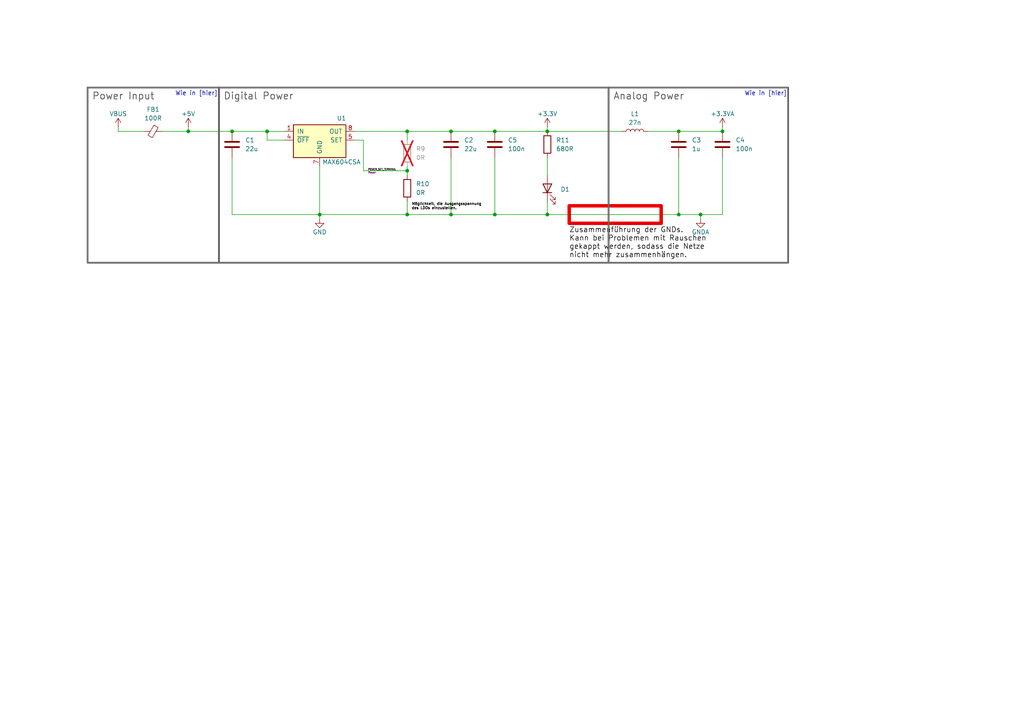
<source format=kicad_sch>
(kicad_sch (version 20230121) (generator eeschema)

  (uuid dfb936a1-25ba-4606-a7d5-8b862e55282c)

  (paper "A4")

  (lib_symbols
    (symbol "Device:C" (pin_numbers hide) (pin_names (offset 0.254)) (in_bom yes) (on_board yes)
      (property "Reference" "C" (at 0.635 2.54 0)
        (effects (font (size 1.27 1.27)) (justify left))
      )
      (property "Value" "C" (at 0.635 -2.54 0)
        (effects (font (size 1.27 1.27)) (justify left))
      )
      (property "Footprint" "" (at 0.9652 -3.81 0)
        (effects (font (size 1.27 1.27)) hide)
      )
      (property "Datasheet" "~" (at 0 0 0)
        (effects (font (size 1.27 1.27)) hide)
      )
      (property "ki_keywords" "cap capacitor" (at 0 0 0)
        (effects (font (size 1.27 1.27)) hide)
      )
      (property "ki_description" "Unpolarized capacitor" (at 0 0 0)
        (effects (font (size 1.27 1.27)) hide)
      )
      (property "ki_fp_filters" "C_*" (at 0 0 0)
        (effects (font (size 1.27 1.27)) hide)
      )
      (symbol "C_0_1"
        (polyline
          (pts
            (xy -2.032 -0.762)
            (xy 2.032 -0.762)
          )
          (stroke (width 0.508) (type default))
          (fill (type none))
        )
        (polyline
          (pts
            (xy -2.032 0.762)
            (xy 2.032 0.762)
          )
          (stroke (width 0.508) (type default))
          (fill (type none))
        )
      )
      (symbol "C_1_1"
        (pin passive line (at 0 3.81 270) (length 2.794)
          (name "~" (effects (font (size 1.27 1.27))))
          (number "1" (effects (font (size 1.27 1.27))))
        )
        (pin passive line (at 0 -3.81 90) (length 2.794)
          (name "~" (effects (font (size 1.27 1.27))))
          (number "2" (effects (font (size 1.27 1.27))))
        )
      )
    )
    (symbol "Device:FerriteBead_Small" (pin_numbers hide) (pin_names (offset 0)) (in_bom yes) (on_board yes)
      (property "Reference" "FB" (at 1.905 1.27 0)
        (effects (font (size 1.27 1.27)) (justify left))
      )
      (property "Value" "FerriteBead_Small" (at 1.905 -1.27 0)
        (effects (font (size 1.27 1.27)) (justify left))
      )
      (property "Footprint" "" (at -1.778 0 90)
        (effects (font (size 1.27 1.27)) hide)
      )
      (property "Datasheet" "~" (at 0 0 0)
        (effects (font (size 1.27 1.27)) hide)
      )
      (property "ki_keywords" "L ferrite bead inductor filter" (at 0 0 0)
        (effects (font (size 1.27 1.27)) hide)
      )
      (property "ki_description" "Ferrite bead, small symbol" (at 0 0 0)
        (effects (font (size 1.27 1.27)) hide)
      )
      (property "ki_fp_filters" "Inductor_* L_* *Ferrite*" (at 0 0 0)
        (effects (font (size 1.27 1.27)) hide)
      )
      (symbol "FerriteBead_Small_0_1"
        (polyline
          (pts
            (xy 0 -1.27)
            (xy 0 -0.7874)
          )
          (stroke (width 0) (type default))
          (fill (type none))
        )
        (polyline
          (pts
            (xy 0 0.889)
            (xy 0 1.2954)
          )
          (stroke (width 0) (type default))
          (fill (type none))
        )
        (polyline
          (pts
            (xy -1.8288 0.2794)
            (xy -1.1176 1.4986)
            (xy 1.8288 -0.2032)
            (xy 1.1176 -1.4224)
            (xy -1.8288 0.2794)
          )
          (stroke (width 0) (type default))
          (fill (type none))
        )
      )
      (symbol "FerriteBead_Small_1_1"
        (pin passive line (at 0 2.54 270) (length 1.27)
          (name "~" (effects (font (size 1.27 1.27))))
          (number "1" (effects (font (size 1.27 1.27))))
        )
        (pin passive line (at 0 -2.54 90) (length 1.27)
          (name "~" (effects (font (size 1.27 1.27))))
          (number "2" (effects (font (size 1.27 1.27))))
        )
      )
    )
    (symbol "Device:L" (pin_numbers hide) (pin_names (offset 1.016) hide) (in_bom yes) (on_board yes)
      (property "Reference" "L" (at -1.27 0 90)
        (effects (font (size 1.27 1.27)))
      )
      (property "Value" "L" (at 1.905 0 90)
        (effects (font (size 1.27 1.27)))
      )
      (property "Footprint" "" (at 0 0 0)
        (effects (font (size 1.27 1.27)) hide)
      )
      (property "Datasheet" "~" (at 0 0 0)
        (effects (font (size 1.27 1.27)) hide)
      )
      (property "ki_keywords" "inductor choke coil reactor magnetic" (at 0 0 0)
        (effects (font (size 1.27 1.27)) hide)
      )
      (property "ki_description" "Inductor" (at 0 0 0)
        (effects (font (size 1.27 1.27)) hide)
      )
      (property "ki_fp_filters" "Choke_* *Coil* Inductor_* L_*" (at 0 0 0)
        (effects (font (size 1.27 1.27)) hide)
      )
      (symbol "L_0_1"
        (arc (start 0 -2.54) (mid 0.6323 -1.905) (end 0 -1.27)
          (stroke (width 0) (type default))
          (fill (type none))
        )
        (arc (start 0 -1.27) (mid 0.6323 -0.635) (end 0 0)
          (stroke (width 0) (type default))
          (fill (type none))
        )
        (arc (start 0 0) (mid 0.6323 0.635) (end 0 1.27)
          (stroke (width 0) (type default))
          (fill (type none))
        )
        (arc (start 0 1.27) (mid 0.6323 1.905) (end 0 2.54)
          (stroke (width 0) (type default))
          (fill (type none))
        )
      )
      (symbol "L_1_1"
        (pin passive line (at 0 3.81 270) (length 1.27)
          (name "1" (effects (font (size 1.27 1.27))))
          (number "1" (effects (font (size 1.27 1.27))))
        )
        (pin passive line (at 0 -3.81 90) (length 1.27)
          (name "2" (effects (font (size 1.27 1.27))))
          (number "2" (effects (font (size 1.27 1.27))))
        )
      )
    )
    (symbol "Device:LED" (pin_numbers hide) (pin_names (offset 1.016) hide) (in_bom yes) (on_board yes)
      (property "Reference" "D" (at 0 2.54 0)
        (effects (font (size 1.27 1.27)))
      )
      (property "Value" "LED" (at 0 -2.54 0)
        (effects (font (size 1.27 1.27)))
      )
      (property "Footprint" "" (at 0 0 0)
        (effects (font (size 1.27 1.27)) hide)
      )
      (property "Datasheet" "~" (at 0 0 0)
        (effects (font (size 1.27 1.27)) hide)
      )
      (property "ki_keywords" "LED diode" (at 0 0 0)
        (effects (font (size 1.27 1.27)) hide)
      )
      (property "ki_description" "Light emitting diode" (at 0 0 0)
        (effects (font (size 1.27 1.27)) hide)
      )
      (property "ki_fp_filters" "LED* LED_SMD:* LED_THT:*" (at 0 0 0)
        (effects (font (size 1.27 1.27)) hide)
      )
      (symbol "LED_0_1"
        (polyline
          (pts
            (xy -1.27 -1.27)
            (xy -1.27 1.27)
          )
          (stroke (width 0.254) (type default))
          (fill (type none))
        )
        (polyline
          (pts
            (xy -1.27 0)
            (xy 1.27 0)
          )
          (stroke (width 0) (type default))
          (fill (type none))
        )
        (polyline
          (pts
            (xy 1.27 -1.27)
            (xy 1.27 1.27)
            (xy -1.27 0)
            (xy 1.27 -1.27)
          )
          (stroke (width 0.254) (type default))
          (fill (type none))
        )
        (polyline
          (pts
            (xy -3.048 -0.762)
            (xy -4.572 -2.286)
            (xy -3.81 -2.286)
            (xy -4.572 -2.286)
            (xy -4.572 -1.524)
          )
          (stroke (width 0) (type default))
          (fill (type none))
        )
        (polyline
          (pts
            (xy -1.778 -0.762)
            (xy -3.302 -2.286)
            (xy -2.54 -2.286)
            (xy -3.302 -2.286)
            (xy -3.302 -1.524)
          )
          (stroke (width 0) (type default))
          (fill (type none))
        )
      )
      (symbol "LED_1_1"
        (pin passive line (at -3.81 0 0) (length 2.54)
          (name "K" (effects (font (size 1.27 1.27))))
          (number "1" (effects (font (size 1.27 1.27))))
        )
        (pin passive line (at 3.81 0 180) (length 2.54)
          (name "A" (effects (font (size 1.27 1.27))))
          (number "2" (effects (font (size 1.27 1.27))))
        )
      )
    )
    (symbol "Device:R" (pin_numbers hide) (pin_names (offset 0)) (in_bom yes) (on_board yes)
      (property "Reference" "R" (at 2.032 0 90)
        (effects (font (size 1.27 1.27)))
      )
      (property "Value" "R" (at 0 0 90)
        (effects (font (size 1.27 1.27)))
      )
      (property "Footprint" "" (at -1.778 0 90)
        (effects (font (size 1.27 1.27)) hide)
      )
      (property "Datasheet" "~" (at 0 0 0)
        (effects (font (size 1.27 1.27)) hide)
      )
      (property "ki_keywords" "R res resistor" (at 0 0 0)
        (effects (font (size 1.27 1.27)) hide)
      )
      (property "ki_description" "Resistor" (at 0 0 0)
        (effects (font (size 1.27 1.27)) hide)
      )
      (property "ki_fp_filters" "R_*" (at 0 0 0)
        (effects (font (size 1.27 1.27)) hide)
      )
      (symbol "R_0_1"
        (rectangle (start -1.016 -2.54) (end 1.016 2.54)
          (stroke (width 0.254) (type default))
          (fill (type none))
        )
      )
      (symbol "R_1_1"
        (pin passive line (at 0 3.81 270) (length 1.27)
          (name "~" (effects (font (size 1.27 1.27))))
          (number "1" (effects (font (size 1.27 1.27))))
        )
        (pin passive line (at 0 -3.81 90) (length 1.27)
          (name "~" (effects (font (size 1.27 1.27))))
          (number "2" (effects (font (size 1.27 1.27))))
        )
      )
    )
    (symbol "Regulator_Linear:MAX604" (pin_names (offset 1.016)) (in_bom yes) (on_board yes)
      (property "Reference" "U" (at -6.35 5.715 0)
        (effects (font (size 1.27 1.27)))
      )
      (property "Value" "MAX604" (at 0 5.715 0)
        (effects (font (size 1.27 1.27)) (justify left))
      )
      (property "Footprint" "" (at 0 8.255 0)
        (effects (font (size 1.27 1.27) italic) hide)
      )
      (property "Datasheet" "http://datasheets.maximintegrated.com/en/ds/MAX603-MAX604.pdf" (at 0 -1.27 0)
        (effects (font (size 1.27 1.27)) hide)
      )
      (property "ki_keywords" "Linear LDO Regulator 500mA 3.3V fixed" (at 0 0 0)
        (effects (font (size 1.27 1.27)) hide)
      )
      (property "ki_description" "500mA Linear LDO Regulator, Fixed Output 3.3V, DIP-8/SO-8" (at 0 0 0)
        (effects (font (size 1.27 1.27)) hide)
      )
      (property "ki_fp_filters" "DIP*W7.62mm* SOIC*3.9x4.9mm*P1.27mm*" (at 0 0 0)
        (effects (font (size 1.27 1.27)) hide)
      )
      (symbol "MAX604_0_1"
        (rectangle (start -7.62 4.445) (end 7.62 -5.08)
          (stroke (width 0.254) (type default))
          (fill (type background))
        )
      )
      (symbol "MAX604_1_1"
        (pin power_in line (at -10.16 2.54 0) (length 2.54)
          (name "IN" (effects (font (size 1.27 1.27))))
          (number "1" (effects (font (size 1.27 1.27))))
        )
        (pin passive line (at 0 -7.62 90) (length 2.54) hide
          (name "GND" (effects (font (size 1.27 1.27))))
          (number "2" (effects (font (size 1.27 1.27))))
        )
        (pin passive line (at 0 -7.62 90) (length 2.54) hide
          (name "GND" (effects (font (size 1.27 1.27))))
          (number "3" (effects (font (size 1.27 1.27))))
        )
        (pin input line (at -10.16 0 0) (length 2.54)
          (name "~{OFF}" (effects (font (size 1.27 1.27))))
          (number "4" (effects (font (size 1.27 1.27))))
        )
        (pin passive line (at 10.16 0 180) (length 2.54)
          (name "SET" (effects (font (size 1.27 1.27))))
          (number "5" (effects (font (size 1.27 1.27))))
        )
        (pin passive line (at 0 -7.62 90) (length 2.54) hide
          (name "GND" (effects (font (size 1.27 1.27))))
          (number "6" (effects (font (size 1.27 1.27))))
        )
        (pin power_in line (at 0 -7.62 90) (length 2.54)
          (name "GND" (effects (font (size 1.27 1.27))))
          (number "7" (effects (font (size 1.27 1.27))))
        )
        (pin power_out line (at 10.16 2.54 180) (length 2.54)
          (name "OUT" (effects (font (size 1.27 1.27))))
          (number "8" (effects (font (size 1.27 1.27))))
        )
      )
    )
    (symbol "power:+3.3V" (power) (pin_names (offset 0)) (in_bom yes) (on_board yes)
      (property "Reference" "#PWR" (at 0 -3.81 0)
        (effects (font (size 1.27 1.27)) hide)
      )
      (property "Value" "+3.3V" (at 0 3.556 0)
        (effects (font (size 1.27 1.27)))
      )
      (property "Footprint" "" (at 0 0 0)
        (effects (font (size 1.27 1.27)) hide)
      )
      (property "Datasheet" "" (at 0 0 0)
        (effects (font (size 1.27 1.27)) hide)
      )
      (property "ki_keywords" "global power" (at 0 0 0)
        (effects (font (size 1.27 1.27)) hide)
      )
      (property "ki_description" "Power symbol creates a global label with name \"+3.3V\"" (at 0 0 0)
        (effects (font (size 1.27 1.27)) hide)
      )
      (symbol "+3.3V_0_1"
        (polyline
          (pts
            (xy -0.762 1.27)
            (xy 0 2.54)
          )
          (stroke (width 0) (type default))
          (fill (type none))
        )
        (polyline
          (pts
            (xy 0 0)
            (xy 0 2.54)
          )
          (stroke (width 0) (type default))
          (fill (type none))
        )
        (polyline
          (pts
            (xy 0 2.54)
            (xy 0.762 1.27)
          )
          (stroke (width 0) (type default))
          (fill (type none))
        )
      )
      (symbol "+3.3V_1_1"
        (pin power_in line (at 0 0 90) (length 0) hide
          (name "+3.3V" (effects (font (size 1.27 1.27))))
          (number "1" (effects (font (size 1.27 1.27))))
        )
      )
    )
    (symbol "power:+3.3VA" (power) (pin_names (offset 0)) (in_bom yes) (on_board yes)
      (property "Reference" "#PWR" (at 0 -3.81 0)
        (effects (font (size 1.27 1.27)) hide)
      )
      (property "Value" "+3.3VA" (at 0 3.556 0)
        (effects (font (size 1.27 1.27)))
      )
      (property "Footprint" "" (at 0 0 0)
        (effects (font (size 1.27 1.27)) hide)
      )
      (property "Datasheet" "" (at 0 0 0)
        (effects (font (size 1.27 1.27)) hide)
      )
      (property "ki_keywords" "global power" (at 0 0 0)
        (effects (font (size 1.27 1.27)) hide)
      )
      (property "ki_description" "Power symbol creates a global label with name \"+3.3VA\"" (at 0 0 0)
        (effects (font (size 1.27 1.27)) hide)
      )
      (symbol "+3.3VA_0_1"
        (polyline
          (pts
            (xy -0.762 1.27)
            (xy 0 2.54)
          )
          (stroke (width 0) (type default))
          (fill (type none))
        )
        (polyline
          (pts
            (xy 0 0)
            (xy 0 2.54)
          )
          (stroke (width 0) (type default))
          (fill (type none))
        )
        (polyline
          (pts
            (xy 0 2.54)
            (xy 0.762 1.27)
          )
          (stroke (width 0) (type default))
          (fill (type none))
        )
      )
      (symbol "+3.3VA_1_1"
        (pin power_in line (at 0 0 90) (length 0) hide
          (name "+3.3VA" (effects (font (size 1.27 1.27))))
          (number "1" (effects (font (size 1.27 1.27))))
        )
      )
    )
    (symbol "power:+5V" (power) (pin_names (offset 0)) (in_bom yes) (on_board yes)
      (property "Reference" "#PWR" (at 0 -3.81 0)
        (effects (font (size 1.27 1.27)) hide)
      )
      (property "Value" "+5V" (at 0 3.556 0)
        (effects (font (size 1.27 1.27)))
      )
      (property "Footprint" "" (at 0 0 0)
        (effects (font (size 1.27 1.27)) hide)
      )
      (property "Datasheet" "" (at 0 0 0)
        (effects (font (size 1.27 1.27)) hide)
      )
      (property "ki_keywords" "global power" (at 0 0 0)
        (effects (font (size 1.27 1.27)) hide)
      )
      (property "ki_description" "Power symbol creates a global label with name \"+5V\"" (at 0 0 0)
        (effects (font (size 1.27 1.27)) hide)
      )
      (symbol "+5V_0_1"
        (polyline
          (pts
            (xy -0.762 1.27)
            (xy 0 2.54)
          )
          (stroke (width 0) (type default))
          (fill (type none))
        )
        (polyline
          (pts
            (xy 0 0)
            (xy 0 2.54)
          )
          (stroke (width 0) (type default))
          (fill (type none))
        )
        (polyline
          (pts
            (xy 0 2.54)
            (xy 0.762 1.27)
          )
          (stroke (width 0) (type default))
          (fill (type none))
        )
      )
      (symbol "+5V_1_1"
        (pin power_in line (at 0 0 90) (length 0) hide
          (name "+5V" (effects (font (size 1.27 1.27))))
          (number "1" (effects (font (size 1.27 1.27))))
        )
      )
    )
    (symbol "power:GND" (power) (pin_names (offset 0)) (in_bom yes) (on_board yes)
      (property "Reference" "#PWR" (at 0 -6.35 0)
        (effects (font (size 1.27 1.27)) hide)
      )
      (property "Value" "GND" (at 0 -3.81 0)
        (effects (font (size 1.27 1.27)))
      )
      (property "Footprint" "" (at 0 0 0)
        (effects (font (size 1.27 1.27)) hide)
      )
      (property "Datasheet" "" (at 0 0 0)
        (effects (font (size 1.27 1.27)) hide)
      )
      (property "ki_keywords" "global power" (at 0 0 0)
        (effects (font (size 1.27 1.27)) hide)
      )
      (property "ki_description" "Power symbol creates a global label with name \"GND\" , ground" (at 0 0 0)
        (effects (font (size 1.27 1.27)) hide)
      )
      (symbol "GND_0_1"
        (polyline
          (pts
            (xy 0 0)
            (xy 0 -1.27)
            (xy 1.27 -1.27)
            (xy 0 -2.54)
            (xy -1.27 -1.27)
            (xy 0 -1.27)
          )
          (stroke (width 0) (type default))
          (fill (type none))
        )
      )
      (symbol "GND_1_1"
        (pin power_in line (at 0 0 270) (length 0) hide
          (name "GND" (effects (font (size 1.27 1.27))))
          (number "1" (effects (font (size 1.27 1.27))))
        )
      )
    )
    (symbol "power:GNDA" (power) (pin_names (offset 0)) (in_bom yes) (on_board yes)
      (property "Reference" "#PWR" (at 0 -6.35 0)
        (effects (font (size 1.27 1.27)) hide)
      )
      (property "Value" "GNDA" (at 0 -3.81 0)
        (effects (font (size 1.27 1.27)))
      )
      (property "Footprint" "" (at 0 0 0)
        (effects (font (size 1.27 1.27)) hide)
      )
      (property "Datasheet" "" (at 0 0 0)
        (effects (font (size 1.27 1.27)) hide)
      )
      (property "ki_keywords" "global power" (at 0 0 0)
        (effects (font (size 1.27 1.27)) hide)
      )
      (property "ki_description" "Power symbol creates a global label with name \"GNDA\" , analog ground" (at 0 0 0)
        (effects (font (size 1.27 1.27)) hide)
      )
      (symbol "GNDA_0_1"
        (polyline
          (pts
            (xy 0 0)
            (xy 0 -1.27)
            (xy 1.27 -1.27)
            (xy 0 -2.54)
            (xy -1.27 -1.27)
            (xy 0 -1.27)
          )
          (stroke (width 0) (type default))
          (fill (type none))
        )
      )
      (symbol "GNDA_1_1"
        (pin power_in line (at 0 0 270) (length 0) hide
          (name "GNDA" (effects (font (size 1.27 1.27))))
          (number "1" (effects (font (size 1.27 1.27))))
        )
      )
    )
    (symbol "power:VBUS" (power) (pin_names (offset 0)) (in_bom yes) (on_board yes)
      (property "Reference" "#PWR" (at 0 -3.81 0)
        (effects (font (size 1.27 1.27)) hide)
      )
      (property "Value" "VBUS" (at 0 3.81 0)
        (effects (font (size 1.27 1.27)))
      )
      (property "Footprint" "" (at 0 0 0)
        (effects (font (size 1.27 1.27)) hide)
      )
      (property "Datasheet" "" (at 0 0 0)
        (effects (font (size 1.27 1.27)) hide)
      )
      (property "ki_keywords" "global power" (at 0 0 0)
        (effects (font (size 1.27 1.27)) hide)
      )
      (property "ki_description" "Power symbol creates a global label with name \"VBUS\"" (at 0 0 0)
        (effects (font (size 1.27 1.27)) hide)
      )
      (symbol "VBUS_0_1"
        (polyline
          (pts
            (xy -0.762 1.27)
            (xy 0 2.54)
          )
          (stroke (width 0) (type default))
          (fill (type none))
        )
        (polyline
          (pts
            (xy 0 0)
            (xy 0 2.54)
          )
          (stroke (width 0) (type default))
          (fill (type none))
        )
        (polyline
          (pts
            (xy 0 2.54)
            (xy 0.762 1.27)
          )
          (stroke (width 0) (type default))
          (fill (type none))
        )
      )
      (symbol "VBUS_1_1"
        (pin power_in line (at 0 0 90) (length 0) hide
          (name "VBUS" (effects (font (size 1.27 1.27))))
          (number "1" (effects (font (size 1.27 1.27))))
        )
      )
    )
  )

  (junction (at 54.61 38.1) (diameter 0) (color 0 0 0 0)
    (uuid 0343429c-24dd-45d1-acf0-ec0e0c77804e)
  )
  (junction (at 143.51 62.23) (diameter 0) (color 0 0 0 0)
    (uuid 06881cb8-0439-4f92-aefe-0e52f9e0a981)
  )
  (junction (at 67.31 38.1) (diameter 0) (color 0 0 0 0)
    (uuid 0c3205b8-7c17-437d-87d7-dd4fe5b30c7d)
  )
  (junction (at 196.85 38.1) (diameter 0) (color 0 0 0 0)
    (uuid 15274ab7-b882-4cdc-b016-a23493ae88c4)
  )
  (junction (at 158.75 62.23) (diameter 0) (color 0 0 0 0)
    (uuid 411e0812-0dc9-4439-b78b-0a62d02f8fc7)
  )
  (junction (at 77.47 38.1) (diameter 0) (color 0 0 0 0)
    (uuid 5c218242-7101-4d4c-bcbe-958d6f3ff02a)
  )
  (junction (at 118.11 49.53) (diameter 0) (color 0 0 0 0)
    (uuid 67e980e9-f1f9-4c5b-92e0-0084c3075066)
  )
  (junction (at 203.2 62.23) (diameter 0) (color 0 0 0 0)
    (uuid 684890bc-8f23-4503-b57f-2c67b8a84cd5)
  )
  (junction (at 92.71 62.23) (diameter 0) (color 0 0 0 0)
    (uuid 7586cda6-e37e-4b08-9017-65a58aa433df)
  )
  (junction (at 118.11 62.23) (diameter 0) (color 0 0 0 0)
    (uuid 8bba7cbb-2c68-4dbc-a807-574bbd5b5156)
  )
  (junction (at 118.11 38.1) (diameter 0) (color 0 0 0 0)
    (uuid 982cd2d6-75e2-4b26-910a-952b2ec938ce)
  )
  (junction (at 143.51 38.1) (diameter 0) (color 0 0 0 0)
    (uuid 9fb55d49-bf80-42bd-956b-8cd3a2ae19ac)
  )
  (junction (at 130.81 62.23) (diameter 0) (color 0 0 0 0)
    (uuid a9aa0a63-61fb-4c45-bd8b-0684de8259fb)
  )
  (junction (at 158.75 38.1) (diameter 0) (color 0 0 0 0)
    (uuid b7958dbd-fb1f-4623-a746-5ab90966a90b)
  )
  (junction (at 209.55 38.1) (diameter 0) (color 0 0 0 0)
    (uuid da53919f-29a1-42e5-90b5-69a227b1b91e)
  )
  (junction (at 130.81 38.1) (diameter 0) (color 0 0 0 0)
    (uuid da63ace8-30d6-4bc4-a573-92ff019573fe)
  )
  (junction (at 196.85 62.23) (diameter 0) (color 0 0 0 0)
    (uuid ff3eebcd-4365-4a19-b783-c869c20dc037)
  )

  (wire (pts (xy 92.71 63.5) (xy 92.71 62.23))
    (stroke (width 0) (type default))
    (uuid 013c0a94-998b-47c4-9726-a26bb252566c)
  )
  (wire (pts (xy 130.81 62.23) (xy 143.51 62.23))
    (stroke (width 0) (type default))
    (uuid 0888be5a-28cf-4ecf-a49e-d1cc7101b4a1)
  )
  (wire (pts (xy 46.99 38.1) (xy 54.61 38.1))
    (stroke (width 0) (type default))
    (uuid 1773df41-0e41-4589-b3dd-c12b7ea58ab2)
  )
  (wire (pts (xy 34.29 38.1) (xy 41.91 38.1))
    (stroke (width 0) (type default))
    (uuid 184708ae-5e9f-49de-84a3-b13940603b01)
  )
  (wire (pts (xy 158.75 45.72) (xy 158.75 50.8))
    (stroke (width 0) (type default))
    (uuid 1dff5644-9f68-427d-a8d8-3c8ea431a6c2)
  )
  (wire (pts (xy 130.81 45.72) (xy 130.81 62.23))
    (stroke (width 0) (type default))
    (uuid 211de68f-892a-443e-996a-4324782b9ce1)
  )
  (wire (pts (xy 118.11 62.23) (xy 130.81 62.23))
    (stroke (width 0) (type default))
    (uuid 2156cd98-59ac-4ec7-80b3-ca1c306115d1)
  )
  (wire (pts (xy 67.31 45.72) (xy 67.31 62.23))
    (stroke (width 0) (type default))
    (uuid 25853d72-b0da-422e-a07a-4b3cb7790d57)
  )
  (wire (pts (xy 203.2 62.23) (xy 203.2 63.5))
    (stroke (width 0) (type default))
    (uuid 2fe769df-e25c-4829-afa3-053aaa963532)
  )
  (wire (pts (xy 34.29 36.83) (xy 34.29 38.1))
    (stroke (width 0) (type default))
    (uuid 30c9c7a0-1f4e-4f6b-b280-7f79bcb86dad)
  )
  (wire (pts (xy 77.47 38.1) (xy 82.55 38.1))
    (stroke (width 0) (type default))
    (uuid 39fa8390-70b6-4e49-8835-fdcc32863343)
  )
  (wire (pts (xy 158.75 36.83) (xy 158.75 38.1))
    (stroke (width 0) (type default))
    (uuid 4c8d80ff-9bbe-4b73-8e79-f92a53cdd339)
  )
  (wire (pts (xy 130.81 38.1) (xy 143.51 38.1))
    (stroke (width 0) (type default))
    (uuid 51d7b4ec-6bed-483e-9765-91b6c87e6e54)
  )
  (wire (pts (xy 158.75 62.23) (xy 196.85 62.23))
    (stroke (width 0) (type default))
    (uuid 52e73f9d-112d-4a54-a578-b42fe56e7525)
  )
  (wire (pts (xy 67.31 38.1) (xy 77.47 38.1))
    (stroke (width 0) (type default))
    (uuid 54fbcc3c-f49e-4baa-adb5-b09be32e3924)
  )
  (wire (pts (xy 196.85 45.72) (xy 196.85 62.23))
    (stroke (width 0) (type default))
    (uuid 5820a113-28e3-47ac-b6b3-8609a3d98903)
  )
  (wire (pts (xy 105.41 49.53) (xy 118.11 49.53))
    (stroke (width 0) (type default))
    (uuid 5d95d180-46ac-4324-b9a1-c5bbb1fceb63)
  )
  (wire (pts (xy 67.31 62.23) (xy 92.71 62.23))
    (stroke (width 0) (type default))
    (uuid 5e415a12-a6d1-4576-be7b-2e3b86f7ca92)
  )
  (wire (pts (xy 143.51 45.72) (xy 143.51 62.23))
    (stroke (width 0) (type default))
    (uuid 5fb90c13-99be-4574-bae7-d794f2053c59)
  )
  (wire (pts (xy 105.41 40.64) (xy 105.41 49.53))
    (stroke (width 0) (type default))
    (uuid 61ba2411-ffa5-4c5b-abb6-4698463238c9)
  )
  (wire (pts (xy 77.47 40.64) (xy 77.47 38.1))
    (stroke (width 0) (type default))
    (uuid 666b7e30-3f34-4a2c-acf9-7ecdf678d83a)
  )
  (wire (pts (xy 82.55 40.64) (xy 77.47 40.64))
    (stroke (width 0) (type default))
    (uuid 6aba2cf2-4b23-4691-9340-0c5843f7eb56)
  )
  (wire (pts (xy 118.11 48.26) (xy 118.11 49.53))
    (stroke (width 0) (type default))
    (uuid 6b1d7722-d993-4415-8f86-e7a9ff095ca1)
  )
  (wire (pts (xy 102.87 38.1) (xy 118.11 38.1))
    (stroke (width 0) (type default))
    (uuid 6d366a15-2e9c-42d1-8c9d-cedcc0993df9)
  )
  (wire (pts (xy 158.75 38.1) (xy 180.34 38.1))
    (stroke (width 0) (type default))
    (uuid 7502a258-ae11-4bf0-8929-12e3de2a1812)
  )
  (wire (pts (xy 54.61 38.1) (xy 67.31 38.1))
    (stroke (width 0) (type default))
    (uuid 7964c78e-04ab-4f80-a126-b6425c160fdb)
  )
  (wire (pts (xy 92.71 62.23) (xy 118.11 62.23))
    (stroke (width 0) (type default))
    (uuid 80848f1e-a714-4b40-b3e0-b28a848c52db)
  )
  (wire (pts (xy 196.85 38.1) (xy 209.55 38.1))
    (stroke (width 0) (type default))
    (uuid 828c3836-2ca0-49ec-bde9-eec977177c3e)
  )
  (wire (pts (xy 54.61 36.83) (xy 54.61 38.1))
    (stroke (width 0) (type default))
    (uuid 83f07c09-dd75-40eb-8dd2-b055ccde8dc9)
  )
  (wire (pts (xy 209.55 45.72) (xy 209.55 62.23))
    (stroke (width 0) (type default))
    (uuid 9dad83fc-34be-4094-8718-a475c44e7868)
  )
  (wire (pts (xy 203.2 62.23) (xy 209.55 62.23))
    (stroke (width 0) (type default))
    (uuid ab6181e9-aea8-4c5e-8d87-745d0a06bf35)
  )
  (wire (pts (xy 158.75 58.42) (xy 158.75 62.23))
    (stroke (width 0) (type default))
    (uuid b1f24d87-1336-40f4-b2bf-88c9b9b3a47e)
  )
  (wire (pts (xy 118.11 58.42) (xy 118.11 62.23))
    (stroke (width 0) (type default))
    (uuid d58fc957-b2f5-4c5d-9fa7-74b34e3fd2ac)
  )
  (wire (pts (xy 118.11 38.1) (xy 118.11 40.64))
    (stroke (width 0) (type default))
    (uuid daabd426-ea85-4766-b165-f6faaf30a590)
  )
  (wire (pts (xy 209.55 36.83) (xy 209.55 38.1))
    (stroke (width 0) (type default))
    (uuid e0944595-33b3-4458-aae9-b746c171dd94)
  )
  (wire (pts (xy 196.85 62.23) (xy 203.2 62.23))
    (stroke (width 0) (type default))
    (uuid e7f80112-b4bf-4c5a-8f4c-d46247963097)
  )
  (wire (pts (xy 143.51 62.23) (xy 158.75 62.23))
    (stroke (width 0) (type default))
    (uuid ece718e5-be88-477f-bb47-5247f5d5ae7c)
  )
  (wire (pts (xy 118.11 49.53) (xy 118.11 50.8))
    (stroke (width 0) (type default))
    (uuid eecb1fa9-fe7e-4127-8cfe-9bc687529488)
  )
  (wire (pts (xy 118.11 38.1) (xy 130.81 38.1))
    (stroke (width 0) (type default))
    (uuid f418cc9c-41b1-44be-892a-e0cf464a40dd)
  )
  (wire (pts (xy 143.51 38.1) (xy 158.75 38.1))
    (stroke (width 0) (type default))
    (uuid f48a60ab-df73-43b8-92f7-2083a9d93005)
  )
  (wire (pts (xy 105.41 40.64) (xy 102.87 40.64))
    (stroke (width 0) (type default))
    (uuid f5ba484c-a7dc-48c6-8353-47c9756c475c)
  )
  (wire (pts (xy 92.71 48.26) (xy 92.71 62.23))
    (stroke (width 0) (type default))
    (uuid f7bfd59e-776a-44b5-a03d-501b8eac4d23)
  )
  (wire (pts (xy 187.96 38.1) (xy 196.85 38.1))
    (stroke (width 0) (type default))
    (uuid fdc3f3f2-e6ce-4d3f-b621-f036dcbe3eac)
  )

  (rectangle (start 63.5 25.4) (end 176.53 76.2)
    (stroke (width 0.5) (type default) (color 100 100 100 1))
    (fill (type none))
    (uuid 345b75a1-bc70-442f-b0df-73e35d0d7d18)
  )
  (rectangle (start 25.4 25.4) (end 63.5 76.2)
    (stroke (width 0.5) (type default) (color 100 100 100 1))
    (fill (type none))
    (uuid 77f280e3-a92b-4a5d-88d1-0f6e88aa68fe)
  )
  (rectangle (start 165.1 59.69) (end 191.77 64.77)
    (stroke (width 1) (type default) (color 229 0 0 1))
    (fill (type none))
    (uuid 878512e2-f94e-4cac-9eb5-a543045355fd)
  )
  (rectangle (start 176.53 25.4) (end 228.6 76.2)
    (stroke (width 0.5) (type default) (color 100 100 100 1))
    (fill (type none))
    (uuid f57c7aef-5197-48e7-ad2e-a322ab053663)
  )

  (text "Wie in [hier]" (at 50.8 27.94 0)
    (effects (font (size 1.27 1.27)) (justify left bottom) (href "https://youtu.be/wLwKgMBWhpY?t=174"))
    (uuid 2e4a76c8-eaf0-4631-b6c9-3ad86985ed72)
  )
  (text "Möglichkeit, die Ausgangsspannung\ndes LDOs einzustellen."
    (at 119.38 60.96 0)
    (effects (font (size 0.75 0.75) (color 0 0 0 1)) (justify left bottom))
    (uuid 30808141-2c1c-49e7-8e2f-6d8faae03f5a)
  )
  (text "Wie in [hier]" (at 215.9 27.94 0)
    (effects (font (size 1.27 1.27)) (justify left bottom) (href "https://youtu.be/wLwKgMBWhpY?t=214"))
    (uuid 635320fa-7716-49b3-ad5d-771cc4bf810c)
  )
  (text "Zusammenführung der GNDs. \nKann bei Problemen mit Rauschen\ngekappt werden, sodass die Netze \nnicht mehr zusammenhängen."
    (at 165.1 74.93 0)
    (effects (font (size 1.5 1.5) (color 0 0 0 1)) (justify left bottom))
    (uuid 69381ecf-4479-4b0e-989c-a0c77a74aa41)
  )
  (text "Power Input" (at 26.67 29.21 0)
    (effects (font (size 2 2) (thickness 0.254) bold (color 100 100 100 1)) (justify left bottom))
    (uuid 9c121ec7-9f36-4d11-9bfb-3adec17fc9c7)
  )
  (text "Digital Power" (at 64.77 29.21 0)
    (effects (font (size 2 2) (thickness 0.254) bold (color 100 100 100 1)) (justify left bottom))
    (uuid c54ecfe5-57d8-4ada-ad1e-1ff9d9a69529)
  )
  (text "Analog Power" (at 177.8 29.21 0)
    (effects (font (size 2 2) (thickness 0.254) bold (color 100 100 100 1)) (justify left bottom))
    (uuid f57694eb-84b4-450e-aa33-0a001fe3447c)
  )

  (label "POWER_SET_TERMINAL" (at 106.68 49.53 0) (fields_autoplaced)
    (effects (font (size 0.5 0.5)) (justify left bottom))
    (uuid 84ac73c8-dcc7-45db-9191-87ba08075376)
    (property "Netclass" "Power" (at 106.68 50.03 0)
      (effects (font (size 0.5 0.5) italic) (justify left))
    )
  )

  (symbol (lib_id "Device:C") (at 209.55 41.91 0) (unit 1)
    (in_bom yes) (on_board yes) (dnp no) (fields_autoplaced)
    (uuid 06173c71-83f0-4821-bbd4-57d917b97bf2)
    (property "Reference" "C4" (at 213.36 40.64 0)
      (effects (font (size 1.27 1.27)) (justify left))
    )
    (property "Value" "100n" (at 213.36 43.18 0)
      (effects (font (size 1.27 1.27)) (justify left))
    )
    (property "Footprint" "Capacitor_SMD:C_0603_1608Metric" (at 210.5152 45.72 0)
      (effects (font (size 1.27 1.27)) hide)
    )
    (property "Datasheet" "~" (at 209.55 41.91 0)
      (effects (font (size 1.27 1.27)) hide)
    )
    (property "Distributor Link" "" (at 209.55 41.91 0)
      (effects (font (size 1.27 1.27)) hide)
    )
    (property "Manufacturer" "" (at 209.55 41.91 0)
      (effects (font (size 1.27 1.27)) hide)
    )
    (pin "1" (uuid fb4dc04b-1f00-448e-a2c3-7821acb7032f))
    (pin "2" (uuid 4b9c629e-96d2-468b-a83a-8c15676f56fb))
    (instances
      (project "schneidbrett"
        (path "/c05974a1-d9e7-44bd-b1f3-81c4ede4353c/86ba3294-cf4a-47ab-b34c-9be2b0ce2123"
          (reference "C4") (unit 1)
        )
      )
    )
  )

  (symbol (lib_id "Device:FerriteBead_Small") (at 44.45 38.1 90) (unit 1)
    (in_bom yes) (on_board yes) (dnp no) (fields_autoplaced)
    (uuid 3dfb7230-5044-47c5-a2a3-e0d8ed73d4b0)
    (property "Reference" "FB1" (at 44.4119 31.75 90)
      (effects (font (size 1.27 1.27)))
    )
    (property "Value" "100R" (at 44.4119 34.29 90)
      (effects (font (size 1.27 1.27)))
    )
    (property "Footprint" "Capacitor_SMD:C_1206_3216Metric" (at 44.45 39.878 90)
      (effects (font (size 1.27 1.27)) hide)
    )
    (property "Datasheet" "~" (at 44.45 38.1 0)
      (effects (font (size 1.27 1.27)) hide)
    )
    (property "Manufacturer Number" "BBUP00321611101Y00" (at 44.45 38.1 90)
      (effects (font (size 1.27 1.27)) hide)
    )
    (property "Distributor Link" "https://www.mouser.de/ProductDetail/Pulse-Electronics/BBUP00321611101Y00?qs=rSMjJ%252B1ewcQLINSPAxGW4A%3D%3D" (at 44.45 38.1 0)
      (effects (font (size 1.27 1.27)) hide)
    )
    (property "Manufacturer" "Pulse Electronics" (at 44.45 38.1 0)
      (effects (font (size 1.27 1.27)) hide)
    )
    (pin "1" (uuid 6b8c5792-9290-42a7-9200-a5d8dbc20a86))
    (pin "2" (uuid f4d2f7e4-3523-4b15-ad99-cc9511c7d09b))
    (instances
      (project "schneidbrett"
        (path "/c05974a1-d9e7-44bd-b1f3-81c4ede4353c/86ba3294-cf4a-47ab-b34c-9be2b0ce2123"
          (reference "FB1") (unit 1)
        )
      )
    )
  )

  (symbol (lib_id "Device:C") (at 143.51 41.91 0) (unit 1)
    (in_bom yes) (on_board yes) (dnp no) (fields_autoplaced)
    (uuid 44b186cf-f3cf-46c7-b5a1-dbec5c7604fe)
    (property "Reference" "C5" (at 147.32 40.64 0)
      (effects (font (size 1.27 1.27)) (justify left))
    )
    (property "Value" "100n" (at 147.32 43.18 0)
      (effects (font (size 1.27 1.27)) (justify left))
    )
    (property "Footprint" "Capacitor_SMD:C_0603_1608Metric" (at 144.4752 45.72 0)
      (effects (font (size 1.27 1.27)) hide)
    )
    (property "Datasheet" "~" (at 143.51 41.91 0)
      (effects (font (size 1.27 1.27)) hide)
    )
    (property "Distributor Link" "" (at 143.51 41.91 0)
      (effects (font (size 1.27 1.27)) hide)
    )
    (property "Manufacturer" "" (at 143.51 41.91 0)
      (effects (font (size 1.27 1.27)) hide)
    )
    (pin "1" (uuid 8bd5f55d-488a-4b0e-9819-0925449a956e))
    (pin "2" (uuid 729188b8-d540-4f37-b6b4-343a0b37557b))
    (instances
      (project "schneidbrett"
        (path "/c05974a1-d9e7-44bd-b1f3-81c4ede4353c/86ba3294-cf4a-47ab-b34c-9be2b0ce2123"
          (reference "C5") (unit 1)
        )
      )
    )
  )

  (symbol (lib_id "Device:R") (at 118.11 44.45 180) (unit 1)
    (in_bom no) (on_board yes) (dnp yes) (fields_autoplaced)
    (uuid 5625f2bf-b650-465d-86e5-e685b8e9027e)
    (property "Reference" "R9" (at 120.65 43.18 0)
      (effects (font (size 1.27 1.27)) (justify right))
    )
    (property "Value" "0R" (at 120.65 45.72 0)
      (effects (font (size 1.27 1.27)) (justify right))
    )
    (property "Footprint" "Resistor_SMD:R_0402_1005Metric" (at 119.888 44.45 90)
      (effects (font (size 1.27 1.27)) hide)
    )
    (property "Datasheet" "~" (at 118.11 44.45 0)
      (effects (font (size 1.27 1.27)) hide)
    )
    (property "Distributor Link" "" (at 118.11 44.45 0)
      (effects (font (size 1.27 1.27)) hide)
    )
    (property "Manufacturer" "" (at 118.11 44.45 0)
      (effects (font (size 1.27 1.27)) hide)
    )
    (pin "1" (uuid d7120732-f8a9-48ff-b607-2836a2f27e94))
    (pin "2" (uuid d8c58669-4bef-46d0-b851-7bad406dfa8b))
    (instances
      (project "schneidbrett"
        (path "/c05974a1-d9e7-44bd-b1f3-81c4ede4353c/86ba3294-cf4a-47ab-b34c-9be2b0ce2123"
          (reference "R9") (unit 1)
        )
      )
    )
  )

  (symbol (lib_id "power:+5V") (at 54.61 36.83 0) (unit 1)
    (in_bom yes) (on_board yes) (dnp no)
    (uuid 612bcdac-1cf1-4403-b5fd-ea3a0e718e40)
    (property "Reference" "#PWR08" (at 54.61 40.64 0)
      (effects (font (size 1.27 1.27)) hide)
    )
    (property "Value" "+5V" (at 54.61 33.02 0)
      (effects (font (size 1.27 1.27)))
    )
    (property "Footprint" "" (at 54.61 36.83 0)
      (effects (font (size 1.27 1.27)) hide)
    )
    (property "Datasheet" "" (at 54.61 36.83 0)
      (effects (font (size 1.27 1.27)) hide)
    )
    (pin "1" (uuid 0ddf07ef-a5f6-4063-af4f-2eca594efc02))
    (instances
      (project "schneidbrett"
        (path "/c05974a1-d9e7-44bd-b1f3-81c4ede4353c/86ba3294-cf4a-47ab-b34c-9be2b0ce2123"
          (reference "#PWR08") (unit 1)
        )
      )
    )
  )

  (symbol (lib_id "Device:R") (at 118.11 54.61 180) (unit 1)
    (in_bom yes) (on_board yes) (dnp no) (fields_autoplaced)
    (uuid 6aacaabe-61e8-460d-9599-036f46adae09)
    (property "Reference" "R10" (at 120.65 53.34 0)
      (effects (font (size 1.27 1.27)) (justify right))
    )
    (property "Value" "0R" (at 120.65 55.88 0)
      (effects (font (size 1.27 1.27)) (justify right))
    )
    (property "Footprint" "Resistor_SMD:R_0402_1005Metric" (at 119.888 54.61 90)
      (effects (font (size 1.27 1.27)) hide)
    )
    (property "Datasheet" "~" (at 118.11 54.61 0)
      (effects (font (size 1.27 1.27)) hide)
    )
    (property "Distributor Link" "" (at 118.11 54.61 0)
      (effects (font (size 1.27 1.27)) hide)
    )
    (property "Manufacturer" "" (at 118.11 54.61 0)
      (effects (font (size 1.27 1.27)) hide)
    )
    (pin "1" (uuid f2e37dd4-177b-4dde-8214-dfe780124143))
    (pin "2" (uuid 5d6deed8-731b-4195-99d0-ad09101734d8))
    (instances
      (project "schneidbrett"
        (path "/c05974a1-d9e7-44bd-b1f3-81c4ede4353c/86ba3294-cf4a-47ab-b34c-9be2b0ce2123"
          (reference "R10") (unit 1)
        )
      )
    )
  )

  (symbol (lib_id "Device:C") (at 67.31 41.91 0) (unit 1)
    (in_bom yes) (on_board yes) (dnp no) (fields_autoplaced)
    (uuid 8cccbcd1-3535-4301-b5f6-c7a7ea03da02)
    (property "Reference" "C1" (at 71.12 40.64 0)
      (effects (font (size 1.27 1.27)) (justify left))
    )
    (property "Value" "22u" (at 71.12 43.18 0)
      (effects (font (size 1.27 1.27)) (justify left))
    )
    (property "Footprint" "Capacitor_SMD:C_1210_3225Metric" (at 68.2752 45.72 0)
      (effects (font (size 1.27 1.27)) hide)
    )
    (property "Datasheet" "~" (at 67.31 41.91 0)
      (effects (font (size 1.27 1.27)) hide)
    )
    (property "Distributor Link" "" (at 67.31 41.91 0)
      (effects (font (size 1.27 1.27)) hide)
    )
    (property "Manufacturer" "" (at 67.31 41.91 0)
      (effects (font (size 1.27 1.27)) hide)
    )
    (pin "1" (uuid 199126b1-d56c-4797-9c68-a2450edaf7b1))
    (pin "2" (uuid d50471cb-f1ad-4fe2-84bd-1bc1e1e6d109))
    (instances
      (project "schneidbrett"
        (path "/c05974a1-d9e7-44bd-b1f3-81c4ede4353c/86ba3294-cf4a-47ab-b34c-9be2b0ce2123"
          (reference "C1") (unit 1)
        )
      )
    )
  )

  (symbol (lib_id "Device:C") (at 130.81 41.91 0) (unit 1)
    (in_bom yes) (on_board yes) (dnp no) (fields_autoplaced)
    (uuid 955b328e-34e4-45a1-9c90-617868e2b18f)
    (property "Reference" "C2" (at 134.62 40.64 0)
      (effects (font (size 1.27 1.27)) (justify left))
    )
    (property "Value" "22u" (at 134.62 43.18 0)
      (effects (font (size 1.27 1.27)) (justify left))
    )
    (property "Footprint" "Capacitor_SMD:C_1210_3225Metric" (at 131.7752 45.72 0)
      (effects (font (size 1.27 1.27)) hide)
    )
    (property "Datasheet" "~" (at 130.81 41.91 0)
      (effects (font (size 1.27 1.27)) hide)
    )
    (property "Distributor Link" "" (at 130.81 41.91 0)
      (effects (font (size 1.27 1.27)) hide)
    )
    (property "Manufacturer" "" (at 130.81 41.91 0)
      (effects (font (size 1.27 1.27)) hide)
    )
    (pin "1" (uuid 76af5bb2-c360-4e9e-8e68-20dc6501c192))
    (pin "2" (uuid 232aaa38-81a5-4762-8e2e-226691e43ff3))
    (instances
      (project "schneidbrett"
        (path "/c05974a1-d9e7-44bd-b1f3-81c4ede4353c/86ba3294-cf4a-47ab-b34c-9be2b0ce2123"
          (reference "C2") (unit 1)
        )
      )
    )
  )

  (symbol (lib_id "power:+3.3VA") (at 209.55 36.83 0) (unit 1)
    (in_bom yes) (on_board yes) (dnp no)
    (uuid 9780b60d-3a3a-4b4f-a813-112b8b8a881c)
    (property "Reference" "#PWR06" (at 209.55 40.64 0)
      (effects (font (size 1.27 1.27)) hide)
    )
    (property "Value" "+3.3VA" (at 209.55 33.02 0)
      (effects (font (size 1.27 1.27)))
    )
    (property "Footprint" "" (at 209.55 36.83 0)
      (effects (font (size 1.27 1.27)) hide)
    )
    (property "Datasheet" "" (at 209.55 36.83 0)
      (effects (font (size 1.27 1.27)) hide)
    )
    (pin "1" (uuid f0a74825-3fe9-4511-87a4-5b1d05ca9385))
    (instances
      (project "schneidbrett"
        (path "/c05974a1-d9e7-44bd-b1f3-81c4ede4353c/86ba3294-cf4a-47ab-b34c-9be2b0ce2123"
          (reference "#PWR06") (unit 1)
        )
      )
    )
  )

  (symbol (lib_id "Device:C") (at 196.85 41.91 0) (unit 1)
    (in_bom yes) (on_board yes) (dnp no) (fields_autoplaced)
    (uuid a0aa7fca-0b51-4721-9c05-1bd5ed933a71)
    (property "Reference" "C3" (at 200.66 40.64 0)
      (effects (font (size 1.27 1.27)) (justify left))
    )
    (property "Value" "1u" (at 200.66 43.18 0)
      (effects (font (size 1.27 1.27)) (justify left))
    )
    (property "Footprint" "Capacitor_SMD:C_0603_1608Metric" (at 197.8152 45.72 0)
      (effects (font (size 1.27 1.27)) hide)
    )
    (property "Datasheet" "~" (at 196.85 41.91 0)
      (effects (font (size 1.27 1.27)) hide)
    )
    (property "Distributor Link" "" (at 196.85 41.91 0)
      (effects (font (size 1.27 1.27)) hide)
    )
    (property "Manufacturer" "" (at 196.85 41.91 0)
      (effects (font (size 1.27 1.27)) hide)
    )
    (pin "1" (uuid ce8b4829-87ba-4f95-a7ca-ca8daa7db0e2))
    (pin "2" (uuid 4fe469a1-7cbd-4ffe-98c5-c50f37dd4a59))
    (instances
      (project "schneidbrett"
        (path "/c05974a1-d9e7-44bd-b1f3-81c4ede4353c/86ba3294-cf4a-47ab-b34c-9be2b0ce2123"
          (reference "C3") (unit 1)
        )
      )
    )
  )

  (symbol (lib_id "Regulator_Linear:MAX604") (at 92.71 40.64 0) (unit 1)
    (in_bom yes) (on_board yes) (dnp no)
    (uuid ab4a2e24-6527-4fb1-96a0-66508566cd60)
    (property "Reference" "U1" (at 99.06 34.29 0)
      (effects (font (size 1.27 1.27)))
    )
    (property "Value" "MAX604CSA" (at 99.06 46.99 0)
      (effects (font (size 1.27 1.27)))
    )
    (property "Footprint" "Package_SO:SOIC-8_3.9x4.9mm_P1.27mm" (at 92.71 32.385 0)
      (effects (font (size 1.27 1.27) italic) hide)
    )
    (property "Datasheet" "http://datasheets.maximintegrated.com/en/ds/MAX603-MAX604.pdf" (at 92.71 41.91 0)
      (effects (font (size 1.27 1.27)) hide)
    )
    (property "Manufacturer Number" "MAX604CSA+" (at 92.71 40.64 0)
      (effects (font (size 1.27 1.27)) hide)
    )
    (property "Distributor Link" "https://www.mouser.de/ProductDetail/Analog-Devices-Maxim-Integrated/MAX604CSA%2b?qs=1THa7WoU59H7Vh6LHCw%252BVw%3D%3D" (at 92.71 40.64 0)
      (effects (font (size 1.27 1.27)) hide)
    )
    (property "Manufacturer" "Analog Devices / Maxim Integrated" (at 92.71 40.64 0)
      (effects (font (size 1.27 1.27)) hide)
    )
    (pin "1" (uuid ddbe89c8-1a41-480f-a457-1b7369fe70e3))
    (pin "2" (uuid 434ea111-5fe9-4789-aa9b-ec97c1008d66))
    (pin "3" (uuid f7caef7e-90de-4ea3-9de2-c7b919a9bedd))
    (pin "4" (uuid 6d845e9c-399c-4d54-b1ad-f61ccee47da3))
    (pin "5" (uuid 5beac356-d794-432e-9195-c709eb17888a))
    (pin "6" (uuid 351e95c9-cfe5-46bc-bff5-ccd5afbaf25f))
    (pin "7" (uuid 03ed2a98-8658-41aa-8815-d2aa54367752))
    (pin "8" (uuid 99373834-8315-4757-97b5-5d07bcc4fb1a))
    (instances
      (project "schneidbrett"
        (path "/c05974a1-d9e7-44bd-b1f3-81c4ede4353c/86ba3294-cf4a-47ab-b34c-9be2b0ce2123"
          (reference "U1") (unit 1)
        )
      )
    )
  )

  (symbol (lib_id "power:GND") (at 92.71 63.5 0) (unit 1)
    (in_bom yes) (on_board yes) (dnp no)
    (uuid b66a8619-9bed-4b4c-ae19-1bd46bf70330)
    (property "Reference" "#PWR01" (at 92.71 69.85 0)
      (effects (font (size 1.27 1.27)) hide)
    )
    (property "Value" "GND" (at 92.71 67.31 0)
      (effects (font (size 1.27 1.27)))
    )
    (property "Footprint" "" (at 92.71 63.5 0)
      (effects (font (size 1.27 1.27)) hide)
    )
    (property "Datasheet" "" (at 92.71 63.5 0)
      (effects (font (size 1.27 1.27)) hide)
    )
    (pin "1" (uuid e1586ebc-7871-48a7-b3d7-53bda8f37a40))
    (instances
      (project "schneidbrett"
        (path "/c05974a1-d9e7-44bd-b1f3-81c4ede4353c/da9dc77a-338b-4041-8f25-64336dd43b9e"
          (reference "#PWR01") (unit 1)
        )
        (path "/c05974a1-d9e7-44bd-b1f3-81c4ede4353c/86ba3294-cf4a-47ab-b34c-9be2b0ce2123"
          (reference "#PWR04") (unit 1)
        )
      )
    )
  )

  (symbol (lib_id "Device:R") (at 158.75 41.91 180) (unit 1)
    (in_bom yes) (on_board yes) (dnp no) (fields_autoplaced)
    (uuid ba273eae-c4f9-49b4-9c1a-557d62be2f2d)
    (property "Reference" "R11" (at 161.29 40.64 0)
      (effects (font (size 1.27 1.27)) (justify right))
    )
    (property "Value" "680R" (at 161.29 43.18 0)
      (effects (font (size 1.27 1.27)) (justify right))
    )
    (property "Footprint" "Resistor_SMD:R_0402_1005Metric" (at 160.528 41.91 90)
      (effects (font (size 1.27 1.27)) hide)
    )
    (property "Datasheet" "~" (at 158.75 41.91 0)
      (effects (font (size 1.27 1.27)) hide)
    )
    (property "Distributor Link" "" (at 158.75 41.91 0)
      (effects (font (size 1.27 1.27)) hide)
    )
    (property "Manufacturer" "" (at 158.75 41.91 0)
      (effects (font (size 1.27 1.27)) hide)
    )
    (pin "1" (uuid 9f1aa859-21c0-4bb3-bc88-80cc9d069a99))
    (pin "2" (uuid 88396ac5-5e18-4542-902a-c6266f62bb1c))
    (instances
      (project "schneidbrett"
        (path "/c05974a1-d9e7-44bd-b1f3-81c4ede4353c/86ba3294-cf4a-47ab-b34c-9be2b0ce2123"
          (reference "R11") (unit 1)
        )
      )
    )
  )

  (symbol (lib_id "Device:LED") (at 158.75 54.61 90) (unit 1)
    (in_bom yes) (on_board yes) (dnp no) (fields_autoplaced)
    (uuid c4537552-7a46-4e44-bb0a-f303852c1081)
    (property "Reference" "D1" (at 162.56 54.9275 90)
      (effects (font (size 1.27 1.27)) (justify right))
    )
    (property "Value" "SML-LX0402UPGC-TR" (at 162.56 57.4675 90)
      (effects (font (size 1.27 1.27)) (justify right) hide)
    )
    (property "Footprint" "LED_SMD:LED_0402_1005Metric" (at 158.75 54.61 0)
      (effects (font (size 1.27 1.27)) hide)
    )
    (property "Datasheet" "~" (at 158.75 54.61 0)
      (effects (font (size 1.27 1.27)) hide)
    )
    (property "Manufacturer Number" "SML-LX0402UPGC-TR" (at 158.75 54.61 90)
      (effects (font (size 1.27 1.27)) hide)
    )
    (property "Distributor Link" "https://www.mouser.de/ProductDetail/Lumex/SML-LX0402UPGC-TR?qs=jCymNF74TgVNp7gG86yyZg%3D%3D" (at 158.75 54.61 0)
      (effects (font (size 1.27 1.27)) hide)
    )
    (property "Manufacturer" "Lumex" (at 158.75 54.61 0)
      (effects (font (size 1.27 1.27)) hide)
    )
    (pin "1" (uuid 6f981b24-18f9-43c0-924b-73f710f97c90))
    (pin "2" (uuid ab2c4b0b-d6b6-40df-abfe-d63b34c4512b))
    (instances
      (project "schneidbrett"
        (path "/c05974a1-d9e7-44bd-b1f3-81c4ede4353c/86ba3294-cf4a-47ab-b34c-9be2b0ce2123"
          (reference "D1") (unit 1)
        )
      )
    )
  )

  (symbol (lib_id "power:VBUS") (at 34.29 36.83 0) (unit 1)
    (in_bom yes) (on_board yes) (dnp no)
    (uuid df9d9b90-69ee-4dc9-9810-1c8e98efd2a3)
    (property "Reference" "#PWR040" (at 34.29 40.64 0)
      (effects (font (size 1.27 1.27)) hide)
    )
    (property "Value" "VBUS" (at 34.29 33.02 0)
      (effects (font (size 1.27 1.27)))
    )
    (property "Footprint" "" (at 34.29 36.83 0)
      (effects (font (size 1.27 1.27)) hide)
    )
    (property "Datasheet" "" (at 34.29 36.83 0)
      (effects (font (size 1.27 1.27)) hide)
    )
    (pin "1" (uuid b83aa7a9-5b40-4b78-b443-3229f008171b))
    (instances
      (project "schneidbrett"
        (path "/c05974a1-d9e7-44bd-b1f3-81c4ede4353c/da9dc77a-338b-4041-8f25-64336dd43b9e"
          (reference "#PWR040") (unit 1)
        )
        (path "/c05974a1-d9e7-44bd-b1f3-81c4ede4353c/86ba3294-cf4a-47ab-b34c-9be2b0ce2123"
          (reference "#PWR041") (unit 1)
        )
      )
    )
  )

  (symbol (lib_id "power:GNDA") (at 203.2 63.5 0) (unit 1)
    (in_bom yes) (on_board yes) (dnp no)
    (uuid e98a2a22-229b-48f1-a47c-8b398215ffd9)
    (property "Reference" "#PWR07" (at 203.2 69.85 0)
      (effects (font (size 1.27 1.27)) hide)
    )
    (property "Value" "GNDA" (at 203.2 67.31 0)
      (effects (font (size 1.27 1.27)))
    )
    (property "Footprint" "" (at 203.2 63.5 0)
      (effects (font (size 1.27 1.27)) hide)
    )
    (property "Datasheet" "" (at 203.2 63.5 0)
      (effects (font (size 1.27 1.27)) hide)
    )
    (pin "1" (uuid 2d3dcec4-0ac5-4f8d-b9d9-a2269d7af049))
    (instances
      (project "schneidbrett"
        (path "/c05974a1-d9e7-44bd-b1f3-81c4ede4353c/86ba3294-cf4a-47ab-b34c-9be2b0ce2123"
          (reference "#PWR07") (unit 1)
        )
      )
    )
  )

  (symbol (lib_id "power:+3.3V") (at 158.75 36.83 0) (unit 1)
    (in_bom yes) (on_board yes) (dnp no)
    (uuid f2aa0969-a48a-4736-a09c-72dda56f1ec8)
    (property "Reference" "#PWR03" (at 158.75 40.64 0)
      (effects (font (size 1.27 1.27)) hide)
    )
    (property "Value" "+3.3V" (at 158.75 33.02 0)
      (effects (font (size 1.27 1.27)))
    )
    (property "Footprint" "" (at 158.75 36.83 0)
      (effects (font (size 1.27 1.27)) hide)
    )
    (property "Datasheet" "" (at 158.75 36.83 0)
      (effects (font (size 1.27 1.27)) hide)
    )
    (pin "1" (uuid 8cd04709-4689-4e71-bbd7-3edd84796f0a))
    (instances
      (project "schneidbrett"
        (path "/c05974a1-d9e7-44bd-b1f3-81c4ede4353c/da9dc77a-338b-4041-8f25-64336dd43b9e"
          (reference "#PWR03") (unit 1)
        )
        (path "/c05974a1-d9e7-44bd-b1f3-81c4ede4353c/86ba3294-cf4a-47ab-b34c-9be2b0ce2123"
          (reference "#PWR05") (unit 1)
        )
      )
    )
  )

  (symbol (lib_id "Device:L") (at 184.15 38.1 90) (unit 1)
    (in_bom yes) (on_board yes) (dnp no) (fields_autoplaced)
    (uuid f4a4840e-3fb1-486c-bf5a-c57d5d6e960b)
    (property "Reference" "L1" (at 184.15 33.02 90)
      (effects (font (size 1.27 1.27)))
    )
    (property "Value" "27n" (at 184.15 35.56 90)
      (effects (font (size 1.27 1.27)))
    )
    (property "Footprint" "Capacitor_SMD:C_0603_1608Metric" (at 184.15 38.1 0)
      (effects (font (size 1.27 1.27)) hide)
    )
    (property "Datasheet" "~" (at 184.15 38.1 0)
      (effects (font (size 1.27 1.27)) hide)
    )
    (property "Distributor Link" "" (at 184.15 38.1 0)
      (effects (font (size 1.27 1.27)) hide)
    )
    (property "Manufacturer" "" (at 184.15 38.1 0)
      (effects (font (size 1.27 1.27)) hide)
    )
    (pin "1" (uuid 807daab7-000c-489f-ac4e-721ae2b7a149))
    (pin "2" (uuid f2b5ec36-7563-451f-9c81-3d30bc2715fc))
    (instances
      (project "schneidbrett"
        (path "/c05974a1-d9e7-44bd-b1f3-81c4ede4353c/86ba3294-cf4a-47ab-b34c-9be2b0ce2123"
          (reference "L1") (unit 1)
        )
      )
    )
  )
)

</source>
